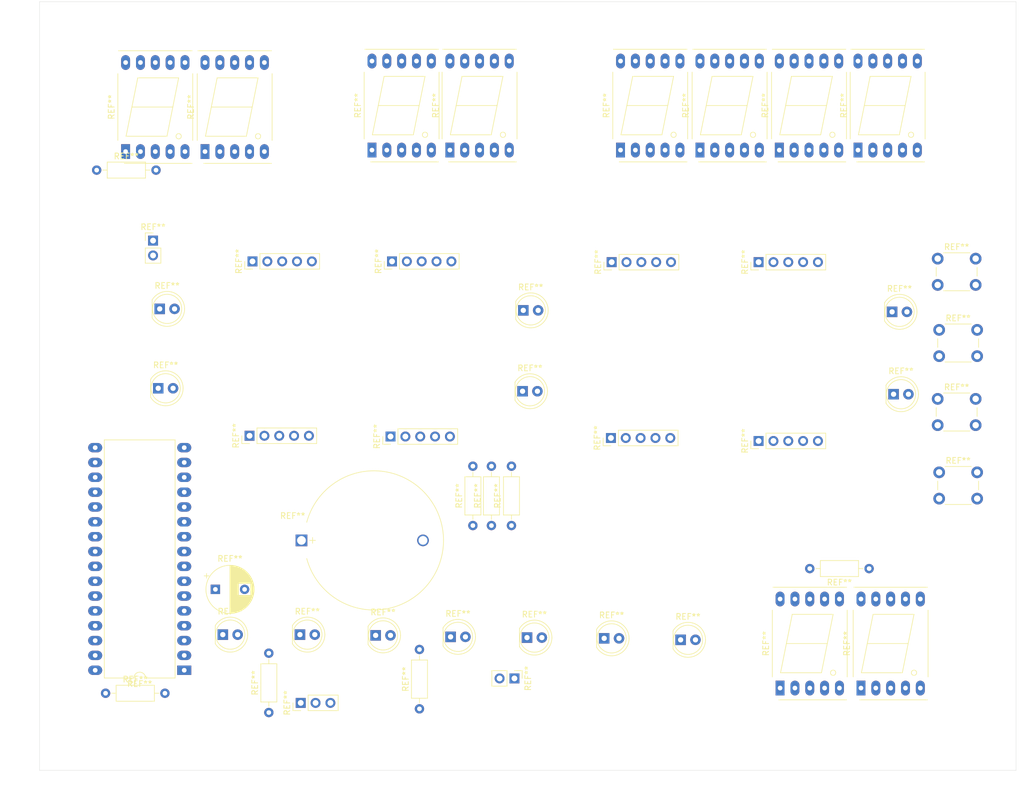
<source format=kicad_pcb>
(kicad_pcb (version 20240108) (generator "pcbnew") (generator_version "8.0")
  (layers (0 "F.Cu" signal) (31 "B.Cu" signal) (34 "B.Paste" user) (35 "F.Paste" user) (36 "B.SilkS" user "B.Silkscreen") (37 "F.SilkS" user "F.Silkscreen") (38 "B.Mask" user) (39 "F.Mask" user) (44 "Edge.Cuts" user))
  (net 0 "")
  (footprint "Display_7Segment:7SegmentLED_LTS6760_LTS6780" (layer "F.Cu") (at 174.498 49.784 90)
    (property "Reference" "REF**" (at 7.62 -2.42 90) (layer "F.SilkS"))
    (property "Value" "7SegmentLED_LTS6760_LTS6780")
    (pad "1" thru_hole rect (at 0 0) (size 1.524 2.524) (drill 0.8) (layers "*.Cu" "*.Mask"))
    (pad "2" thru_hole oval (at 0 2.54) (size 1.524 2.524) (drill 0.8) (layers "*.Cu" "*.Mask"))
    (pad "3" thru_hole oval (at 0 5.08) (size 1.524 2.524) (drill 0.8) (layers "*.Cu" "*.Mask"))
    (pad "4" thru_hole oval (at 0 7.62) (size 1.524 2.524) (drill 0.8) (layers "*.Cu" "*.Mask"))
    (pad "5" thru_hole oval (at 0 10.16) (size 1.524 2.524) (drill 0.8) (layers "*.Cu" "*.Mask"))
    (pad "6" thru_hole oval (at 15.24 10.16) (size 1.524 2.524) (drill 0.8) (layers "*.Cu" "*.Mask"))
    (pad "7" thru_hole oval (at 15.24 7.62) (size 1.524 2.524) (drill 0.8) (layers "*.Cu" "*.Mask"))
    (pad "8" thru_hole oval (at 15.24 5.08) (size 1.524 2.524) (drill 0.8) (layers "*.Cu" "*.Mask"))
    (pad "9" thru_hole oval (at 15.24 2.54) (size 1.524 2.524) (drill 0.8) (layers "*.Cu" "*.Mask"))
    (pad "10" thru_hole oval (at 15.24 0) (size 1.524 2.524) (drill 0.8) (layers "*.Cu" "*.Mask"))
  )
  (footprint "LED_THT:LED_D5.0mm" (layer "F.Cu") (at 144.14 91.059)
    (property "Reference" "REF**" (at 1.27 -3.96 0) (layer "F.SilkS"))
    (property "Value" "LED_D5.0mm")
    (pad "1" thru_hole rect (at 0 0) (size 1.8 1.8) (drill 0.9) (layers "*.Cu" "*.Mask"))
    (pad "2" thru_hole circle (at 2.54 0) (size 1.8 1.8) (drill 0.9) (layers "*.Cu" "*.Mask"))
  )
  (footprint "LED_THT:LED_D5.0mm" (layer "F.Cu") (at 144.267 77.216)
    (property "Reference" "REF**" (at 1.27 -3.96 0) (layer "F.SilkS"))
    (property "Value" "LED_D5.0mm")
    (pad "1" thru_hole rect (at 0 0) (size 1.8 1.8) (drill 0.9) (layers "*.Cu" "*.Mask"))
    (pad "2" thru_hole circle (at 2.54 0) (size 1.8 1.8) (drill 0.9) (layers "*.Cu" "*.Mask"))
  )
  (footprint "Connector_PinHeader_2.54mm:PinHeader_1x05_P2.54mm_Vertical" (layer "F.Cu") (at 121.544 98.806 90)
    (property "Reference" "REF**" (at 0 -2.33 90) (layer "F.SilkS"))
    (property "Value" "PinHeader_1x05_P2.54mm_Vertical")
    (pad "1" thru_hole rect (at 0 0 90) (size 1.7 1.7) (drill 1) (layers "*.Cu" "*.Mask"))
    (pad "2" thru_hole oval (at 0 2.54 90) (size 1.7 1.7) (drill 1) (layers "*.Cu" "*.Mask"))
    (pad "3" thru_hole oval (at 0 5.08 90) (size 1.7 1.7) (drill 1) (layers "*.Cu" "*.Mask"))
    (pad "4" thru_hole oval (at 0 7.62 90) (size 1.7 1.7) (drill 1) (layers "*.Cu" "*.Mask"))
    (pad "5" thru_hole oval (at 0 10.16 90) (size 1.7 1.7) (drill 1) (layers "*.Cu" "*.Mask"))
  )
  (footprint "Connector_PinHeader_2.54mm:PinHeader_1x05_P2.54mm_Vertical" (layer "F.Cu") (at 121.798 68.834 90)
    (property "Reference" "REF**" (at 0 -2.33 90) (layer "F.SilkS"))
    (property "Value" "PinHeader_1x05_P2.54mm_Vertical")
    (pad "1" thru_hole rect (at 0 0 90) (size 1.7 1.7) (drill 1) (layers "*.Cu" "*.Mask"))
    (pad "2" thru_hole oval (at 0 2.54 90) (size 1.7 1.7) (drill 1) (layers "*.Cu" "*.Mask"))
    (pad "3" thru_hole oval (at 0 5.08 90) (size 1.7 1.7) (drill 1) (layers "*.Cu" "*.Mask"))
    (pad "4" thru_hole oval (at 0 7.62 90) (size 1.7 1.7) (drill 1) (layers "*.Cu" "*.Mask"))
    (pad "5" thru_hole oval (at 0 10.16 90) (size 1.7 1.7) (drill 1) (layers "*.Cu" "*.Mask"))
  )
  (footprint "Connector_PinHeader_2.54mm:PinHeader_1x02_P2.54mm_Vertical" (layer "F.Cu") (at 142.748 140.208 -90)
    (property "Reference" "REF**" (at 0 -2.33 90) (layer "F.SilkS"))
    (property "Value" "PinHeader_1x02_P2.54mm_Vertical")
    (pad "1" thru_hole rect (at 0 0 270) (size 1.7 1.7) (drill 1) (layers "*.Cu" "*.Mask"))
    (pad "2" thru_hole oval (at 0 2.54 270) (size 1.7 1.7) (drill 1) (layers "*.Cu" "*.Mask"))
  )
  (footprint "Button_Switch_THT:SW_PUSH_6mm_H4.3mm" (layer "F.Cu") (at 215.19 92.365)
    (property "Reference" "REF**" (at 3.25 -2 0) (layer "F.SilkS"))
    (property "Value" "SW_PUSH_6mm_H4.3mm")
    (pad "1" thru_hole circle (at 0 0 90) (size 2 2) (drill 1.1) (layers "*.Cu" "*.Mask"))
    (pad "1" thru_hole circle (at 6.5 0 90) (size 2 2) (drill 1.1) (layers "*.Cu" "*.Mask"))
    (pad "2" thru_hole circle (at 0 4.5 90) (size 2 2) (drill 1.1) (layers "*.Cu" "*.Mask"))
    (pad "2" thru_hole circle (at 6.5 4.5 90) (size 2 2) (drill 1.1) (layers "*.Cu" "*.Mask"))
  )
  (footprint "Connector_PinHeader_2.54mm:PinHeader_1x05_P2.54mm_Vertical" (layer "F.Cu") (at 97.414 98.679 90)
    (property "Reference" "REF**" (at 0 -2.33 90) (layer "F.SilkS"))
    (property "Value" "PinHeader_1x05_P2.54mm_Vertical")
    (pad "1" thru_hole rect (at 0 0 90) (size 1.7 1.7) (drill 1) (layers "*.Cu" "*.Mask"))
    (pad "2" thru_hole oval (at 0 2.54 90) (size 1.7 1.7) (drill 1) (layers "*.Cu" "*.Mask"))
    (pad "3" thru_hole oval (at 0 5.08 90) (size 1.7 1.7) (drill 1) (layers "*.Cu" "*.Mask"))
    (pad "4" thru_hole oval (at 0 7.62 90) (size 1.7 1.7) (drill 1) (layers "*.Cu" "*.Mask"))
    (pad "5" thru_hole oval (at 0 10.16 90) (size 1.7 1.7) (drill 1) (layers "*.Cu" "*.Mask"))
  )
  (footprint "Display_7Segment:7SegmentLED_LTS6760_LTS6780" (layer "F.Cu") (at 202.057 141.859 90)
    (property "Reference" "REF**" (at 7.62 -2.42 90) (layer "F.SilkS"))
    (property "Value" "7SegmentLED_LTS6760_LTS6780")
    (pad "1" thru_hole rect (at 0 0) (size 1.524 2.524) (drill 0.8) (layers "*.Cu" "*.Mask"))
    (pad "2" thru_hole oval (at 0 2.54) (size 1.524 2.524) (drill 0.8) (layers "*.Cu" "*.Mask"))
    (pad "3" thru_hole oval (at 0 5.08) (size 1.524 2.524) (drill 0.8) (layers "*.Cu" "*.Mask"))
    (pad "4" thru_hole oval (at 0 7.62) (size 1.524 2.524) (drill 0.8) (layers "*.Cu" "*.Mask"))
    (pad "5" thru_hole oval (at 0 10.16) (size 1.524 2.524) (drill 0.8) (layers "*.Cu" "*.Mask"))
    (pad "6" thru_hole oval (at 15.24 10.16) (size 1.524 2.524) (drill 0.8) (layers "*.Cu" "*.Mask"))
    (pad "7" thru_hole oval (at 15.24 7.62) (size 1.524 2.524) (drill 0.8) (layers "*.Cu" "*.Mask"))
    (pad "8" thru_hole oval (at 15.24 5.08) (size 1.524 2.524) (drill 0.8) (layers "*.Cu" "*.Mask"))
    (pad "9" thru_hole oval (at 15.24 2.54) (size 1.524 2.524) (drill 0.8) (layers "*.Cu" "*.Mask"))
    (pad "10" thru_hole oval (at 15.24 0) (size 1.524 2.524) (drill 0.8) (layers "*.Cu" "*.Mask"))
  )
  (footprint "Connector_PinHeader_2.54mm:PinHeader_1x05_P2.54mm_Vertical" (layer "F.Cu") (at 97.917 68.834 90)
    (property "Reference" "REF**" (at 0 -2.33 90) (layer "F.SilkS"))
    (property "Value" "PinHeader_1x05_P2.54mm_Vertical")
    (pad "1" thru_hole rect (at 0 0 90) (size 1.7 1.7) (drill 1) (layers "*.Cu" "*.Mask"))
    (pad "2" thru_hole oval (at 0 2.54 90) (size 1.7 1.7) (drill 1) (layers "*.Cu" "*.Mask"))
    (pad "3" thru_hole oval (at 0 5.08 90) (size 1.7 1.7) (drill 1) (layers "*.Cu" "*.Mask"))
    (pad "4" thru_hole oval (at 0 7.62 90) (size 1.7 1.7) (drill 1) (layers "*.Cu" "*.Mask"))
    (pad "5" thru_hole oval (at 0 10.16 90) (size 1.7 1.7) (drill 1) (layers "*.Cu" "*.Mask"))
  )
  (footprint "Display_7Segment:7SegmentLED_LTS6760_LTS6780" (layer "F.Cu") (at 188.087 49.784 90)
    (property "Reference" "REF**" (at 7.62 -2.42 90) (layer "F.SilkS"))
    (property "Value" "7SegmentLED_LTS6760_LTS6780")
    (pad "1" thru_hole rect (at 0 0) (size 1.524 2.524) (drill 0.8) (layers "*.Cu" "*.Mask"))
    (pad "2" thru_hole oval (at 0 2.54) (size 1.524 2.524) (drill 0.8) (layers "*.Cu" "*.Mask"))
    (pad "3" thru_hole oval (at 0 5.08) (size 1.524 2.524) (drill 0.8) (layers "*.Cu" "*.Mask"))
    (pad "4" thru_hole oval (at 0 7.62) (size 1.524 2.524) (drill 0.8) (layers "*.Cu" "*.Mask"))
    (pad "5" thru_hole oval (at 0 10.16) (size 1.524 2.524) (drill 0.8) (layers "*.Cu" "*.Mask"))
    (pad "6" thru_hole oval (at 15.24 10.16) (size 1.524 2.524) (drill 0.8) (layers "*.Cu" "*.Mask"))
    (pad "7" thru_hole oval (at 15.24 7.62) (size 1.524 2.524) (drill 0.8) (layers "*.Cu" "*.Mask"))
    (pad "8" thru_hole oval (at 15.24 5.08) (size 1.524 2.524) (drill 0.8) (layers "*.Cu" "*.Mask"))
    (pad "9" thru_hole oval (at 15.24 2.54) (size 1.524 2.524) (drill 0.8) (layers "*.Cu" "*.Mask"))
    (pad "10" thru_hole oval (at 15.24 0) (size 1.524 2.524) (drill 0.8) (layers "*.Cu" "*.Mask"))
  )
  (footprint "Resistor_THT:R_Axial_DIN0207_L6.3mm_D2.5mm_P10.16mm_Horizontal" (layer "F.Cu") (at 72.771 142.748)
    (property "Reference" "REF**" (at 5.08 -2.37 0) (layer "F.SilkS"))
    (property "Value" "R_Axial_DIN0207_L6.3mm_D2.5mm_P10.16mm_Horizontal")
    (pad "1" thru_hole circle (at 0 0) (size 1.6 1.6) (drill 0.8) (layers "*.Cu" "*.Mask"))
    (pad "2" thru_hole oval (at 10.16 0) (size 1.6 1.6) (drill 0.8) (layers "*.Cu" "*.Mask"))
  )
  (footprint "Button_Switch_THT:SW_PUSH_6mm_H4.3mm" (layer "F.Cu") (at 215.444 80.554)
    (property "Reference" "REF**" (at 3.25 -2 0) (layer "F.SilkS"))
    (property "Value" "SW_PUSH_6mm_H4.3mm")
    (pad "1" thru_hole circle (at 0 0 90) (size 2 2) (drill 1.1) (layers "*.Cu" "*.Mask"))
    (pad "1" thru_hole circle (at 6.5 0 90) (size 2 2) (drill 1.1) (layers "*.Cu" "*.Mask"))
    (pad "2" thru_hole circle (at 0 4.5 90) (size 2 2) (drill 1.1) (layers "*.Cu" "*.Mask"))
    (pad "2" thru_hole circle (at 6.5 4.5 90) (size 2 2) (drill 1.1) (layers "*.Cu" "*.Mask"))
  )
  (footprint "Connector_PinHeader_2.54mm:PinHeader_1x03_P2.54mm_Vertical" (layer "F.Cu") (at 106.172 144.399 90)
    (property "Reference" "REF**" (at 0 -2.33 90) (layer "F.SilkS"))
    (property "Value" "PinHeader_1x03_P2.54mm_Vertical")
    (pad "1" thru_hole rect (at 0 0 90) (size 1.7 1.7) (drill 1) (layers "*.Cu" "*.Mask"))
    (pad "2" thru_hole oval (at 0 2.54 90) (size 1.7 1.7) (drill 1) (layers "*.Cu" "*.Mask"))
    (pad "3" thru_hole oval (at 0 5.08 90) (size 1.7 1.7) (drill 1) (layers "*.Cu" "*.Mask"))
  )
  (footprint "Display_7Segment:7SegmentLED_LTS6760_LTS6780" (layer "F.Cu") (at 118.364 49.784 90)
    (property "Reference" "REF**" (at 7.62 -2.42 90) (layer "F.SilkS"))
    (property "Value" "7SegmentLED_LTS6760_LTS6780")
    (pad "1" thru_hole rect (at 0 0) (size 1.524 2.524) (drill 0.8) (layers "*.Cu" "*.Mask"))
    (pad "2" thru_hole oval (at 0 2.54) (size 1.524 2.524) (drill 0.8) (layers "*.Cu" "*.Mask"))
    (pad "3" thru_hole oval (at 0 5.08) (size 1.524 2.524) (drill 0.8) (layers "*.Cu" "*.Mask"))
    (pad "4" thru_hole oval (at 0 7.62) (size 1.524 2.524) (drill 0.8) (layers "*.Cu" "*.Mask"))
    (pad "5" thru_hole oval (at 0 10.16) (size 1.524 2.524) (drill 0.8) (layers "*.Cu" "*.Mask"))
    (pad "6" thru_hole oval (at 15.24 10.16) (size 1.524 2.524) (drill 0.8) (layers "*.Cu" "*.Mask"))
    (pad "7" thru_hole oval (at 15.24 7.62) (size 1.524 2.524) (drill 0.8) (layers "*.Cu" "*.Mask"))
    (pad "8" thru_hole oval (at 15.24 5.08) (size 1.524 2.524) (drill 0.8) (layers "*.Cu" "*.Mask"))
    (pad "9" thru_hole oval (at 15.24 2.54) (size 1.524 2.524) (drill 0.8) (layers "*.Cu" "*.Mask"))
    (pad "10" thru_hole oval (at 15.24 0) (size 1.524 2.524) (drill 0.8) (layers "*.Cu" "*.Mask"))
  )
  (footprint "LED_THT:LED_D5.0mm" (layer "F.Cu") (at 171.191 133.604)
    (property "Reference" "REF**" (at 1.27 -3.96 0) (layer "F.SilkS"))
    (property "Value" "LED_D5.0mm")
    (pad "1" thru_hole rect (at 0 0) (size 1.8 1.8) (drill 0.9) (layers "*.Cu" "*.Mask"))
    (pad "2" thru_hole circle (at 2.54 0) (size 1.8 1.8) (drill 0.9) (layers "*.Cu" "*.Mask"))
  )
  (footprint "Display_7Segment:7SegmentLED_LTS6760_LTS6780" (layer "F.Cu") (at 76.2 50.038 90)
    (property "Reference" "REF**" (at 7.62 -2.42 90) (layer "F.SilkS"))
    (property "Value" "7SegmentLED_LTS6760_LTS6780")
    (pad "1" thru_hole rect (at 0 0) (size 1.524 2.524) (drill 0.8) (layers "*.Cu" "*.Mask"))
    (pad "2" thru_hole oval (at 0 2.54) (size 1.524 2.524) (drill 0.8) (layers "*.Cu" "*.Mask"))
    (pad "3" thru_hole oval (at 0 5.08) (size 1.524 2.524) (drill 0.8) (layers "*.Cu" "*.Mask"))
    (pad "4" thru_hole oval (at 0 7.62) (size 1.524 2.524) (drill 0.8) (layers "*.Cu" "*.Mask"))
    (pad "5" thru_hole oval (at 0 10.16) (size 1.524 2.524) (drill 0.8) (layers "*.Cu" "*.Mask"))
    (pad "6" thru_hole oval (at 15.24 10.16) (size 1.524 2.524) (drill 0.8) (layers "*.Cu" "*.Mask"))
    (pad "7" thru_hole oval (at 15.24 7.62) (size 1.524 2.524) (drill 0.8) (layers "*.Cu" "*.Mask"))
    (pad "8" thru_hole oval (at 15.24 5.08) (size 1.524 2.524) (drill 0.8) (layers "*.Cu" "*.Mask"))
    (pad "9" thru_hole oval (at 15.24 2.54) (size 1.524 2.524) (drill 0.8) (layers "*.Cu" "*.Mask"))
    (pad "10" thru_hole oval (at 15.24 0) (size 1.524 2.524) (drill 0.8) (layers "*.Cu" "*.Mask"))
  )
  (footprint "Connector_PinHeader_2.54mm:PinHeader_1x02_P2.54mm_Vertical" (layer "F.Cu") (at 80.899 65.278)
    (property "Reference" "REF**" (at 0 -2.33 0) (layer "F.SilkS"))
    (property "Value" "PinHeader_1x02_P2.54mm_Vertical")
    (pad "1" thru_hole rect (at 0 0) (size 1.7 1.7) (drill 1) (layers "*.Cu" "*.Mask"))
    (pad "2" thru_hole oval (at 0 2.54) (size 1.7 1.7) (drill 1) (layers "*.Cu" "*.Mask"))
  )
  (footprint "Button_Switch_THT:SW_PUSH_6mm_H4.3mm" (layer "F.Cu") (at 215.444 104.938)
    (property "Reference" "REF**" (at 3.25 -2 0) (layer "F.SilkS"))
    (property "Value" "SW_PUSH_6mm_H4.3mm")
    (pad "1" thru_hole circle (at 0 0 90) (size 2 2) (drill 1.1) (layers "*.Cu" "*.Mask"))
    (pad "1" thru_hole circle (at 6.5 0 90) (size 2 2) (drill 1.1) (layers "*.Cu" "*.Mask"))
    (pad "2" thru_hole circle (at 0 4.5 90) (size 2 2) (drill 1.1) (layers "*.Cu" "*.Mask"))
    (pad "2" thru_hole circle (at 6.5 4.5 90) (size 2 2) (drill 1.1) (layers "*.Cu" "*.Mask"))
  )
  (footprint "LED_THT:LED_D5.0mm" (layer "F.Cu") (at 158.11 133.35)
    (property "Reference" "REF**" (at 1.27 -3.96 0) (layer "F.SilkS"))
    (property "Value" "LED_D5.0mm")
    (pad "1" thru_hole rect (at 0 0) (size 1.8 1.8) (drill 0.9) (layers "*.Cu" "*.Mask"))
    (pad "2" thru_hole circle (at 2.54 0) (size 1.8 1.8) (drill 0.9) (layers "*.Cu" "*.Mask"))
  )
  (footprint "Display_7Segment:7SegmentLED_LTS6760_LTS6780" (layer "F.Cu") (at 89.789 50.038 90)
    (property "Reference" "REF**" (at 7.62 -2.42 90) (layer "F.SilkS"))
    (property "Value" "7SegmentLED_LTS6760_LTS6780")
    (pad "1" thru_hole rect (at 0 0) (size 1.524 2.524) (drill 0.8) (layers "*.Cu" "*.Mask"))
    (pad "2" thru_hole oval (at 0 2.54) (size 1.524 2.524) (drill 0.8) (layers "*.Cu" "*.Mask"))
    (pad "3" thru_hole oval (at 0 5.08) (size 1.524 2.524) (drill 0.8) (layers "*.Cu" "*.Mask"))
    (pad "4" thru_hole oval (at 0 7.62) (size 1.524 2.524) (drill 0.8) (layers "*.Cu" "*.Mask"))
    (pad "5" thru_hole oval (at 0 10.16) (size 1.524 2.524) (drill 0.8) (layers "*.Cu" "*.Mask"))
    (pad "6" thru_hole oval (at 15.24 10.16) (size 1.524 2.524) (drill 0.8) (layers "*.Cu" "*.Mask"))
    (pad "7" thru_hole oval (at 15.24 7.62) (size 1.524 2.524) (drill 0.8) (layers "*.Cu" "*.Mask"))
    (pad "8" thru_hole oval (at 15.24 5.08) (size 1.524 2.524) (drill 0.8) (layers "*.Cu" "*.Mask"))
    (pad "9" thru_hole oval (at 15.24 2.54) (size 1.524 2.524) (drill 0.8) (layers "*.Cu" "*.Mask"))
    (pad "10" thru_hole oval (at 15.24 0) (size 1.524 2.524) (drill 0.8) (layers "*.Cu" "*.Mask"))
  )
  (footprint "Resistor_THT:R_Axial_DIN0207_L6.3mm_D2.5mm_P10.16mm_Horizontal" (layer "F.Cu") (at 126.492 145.415 90)
    (property "Reference" "REF**" (at 5.08 -2.37 90) (layer "F.SilkS"))
    (property "Value" "R_Axial_DIN0207_L6.3mm_D2.5mm_P10.16mm_Horizontal")
    (pad "1" thru_hole circle (at 0 0 90) (size 1.6 1.6) (drill 0.8) (layers "*.Cu" "*.Mask"))
    (pad "2" thru_hole oval (at 10.16 0 90) (size 1.6 1.6) (drill 0.8) (layers "*.Cu" "*.Mask"))
  )
  (footprint "LED_THT:LED_D5.0mm" (layer "F.Cu") (at 82.037 76.962)
    (property "Reference" "REF**" (at 1.27 -3.96 0) (layer "F.SilkS"))
    (property "Value" "LED_D5.0mm")
    (pad "1" thru_hole rect (at 0 0) (size 1.8 1.8) (drill 0.9) (layers "*.Cu" "*.Mask"))
    (pad "2" thru_hole circle (at 2.54 0) (size 1.8 1.8) (drill 0.9) (layers "*.Cu" "*.Mask"))
  )
  (footprint "Resistor_THT:R_Axial_DIN0207_L6.3mm_D2.5mm_P10.16mm_Horizontal" (layer "F.Cu") (at 135.636 114.046 90)
    (property "Reference" "REF**" (at 5.08 -2.37 90) (layer "F.SilkS"))
    (property "Value" "R_Axial_DIN0207_L6.3mm_D2.5mm_P10.16mm_Horizontal")
    (pad "1" thru_hole circle (at 0 0 90) (size 1.6 1.6) (drill 0.8) (layers "*.Cu" "*.Mask"))
    (pad "2" thru_hole oval (at 10.16 0 90) (size 1.6 1.6) (drill 0.8) (layers "*.Cu" "*.Mask"))
  )
  (footprint "Resistor_THT:R_Axial_DIN0207_L6.3mm_D2.5mm_P10.16mm_Horizontal" (layer "F.Cu") (at 71.247 53.213)
    (property "Reference" "REF**" (at 5.08 -2.37 0) (layer "F.SilkS"))
    (property "Value" "R_Axial_DIN0207_L6.3mm_D2.5mm_P10.16mm_Horizontal")
    (pad "1" thru_hole circle (at 0 0) (size 1.6 1.6) (drill 0.8) (layers "*.Cu" "*.Mask"))
    (pad "2" thru_hole oval (at 10.16 0) (size 1.6 1.6) (drill 0.8) (layers "*.Cu" "*.Mask"))
  )
  (footprint "Resistor_THT:R_Axial_DIN0207_L6.3mm_D2.5mm_P10.16mm_Horizontal" (layer "F.Cu") (at 203.454 121.412 180)
    (property "Reference" "REF**" (at 5.08 -2.37 0) (layer "F.SilkS"))
    (property "Value" "R_Axial_DIN0207_L6.3mm_D2.5mm_P10.16mm_Horizontal")
    (pad "1" thru_hole circle (at 0 0 180) (size 1.6 1.6) (drill 0.8) (layers "*.Cu" "*.Mask"))
    (pad "2" thru_hole oval (at 10.16 0 180) (size 1.6 1.6) (drill 0.8) (layers "*.Cu" "*.Mask"))
  )
  (footprint "Package_DIP:DIP-32_W15.24mm_LongPads" (layer "F.Cu") (at 86.233 138.811 180)
    (property "Reference" "REF**" (at 7.62 -2.33 0) (layer "F.SilkS"))
    (property "Value" "DIP-32_W15.24mm_LongPads")
    (pad "1" thru_hole rect (at 0 0 180) (size 2.4 1.6) (drill 0.8) (layers "*.Cu" "*.Mask"))
    (pad "2" thru_hole oval (at 0 2.54 180) (size 2.4 1.6) (drill 0.8) (layers "*.Cu" "*.Mask"))
    (pad "3" thru_hole oval (at 0 5.08 180) (size 2.4 1.6) (drill 0.8) (layers "*.Cu" "*.Mask"))
    (pad "4" thru_hole oval (at 0 7.62 180) (size 2.4 1.6) (drill 0.8) (layers "*.Cu" "*.Mask"))
    (pad "5" thru_hole oval (at 0 10.16 180) (size 2.4 1.6) (drill 0.8) (layers "*.Cu" "*.Mask"))
    (pad "6" thru_hole oval (at 0 12.7 180) (size 2.4 1.6) (drill 0.8) (layers "*.Cu" "*.Mask"))
    (pad "7" thru_hole oval (at 0 15.24 180) (size 2.4 1.6) (drill 0.8) (layers "*.Cu" "*.Mask"))
    (pad "8" thru_hole oval (at 0 17.78 180) (size 2.4 1.6) (drill 0.8) (layers "*.Cu" "*.Mask"))
    (pad "9" thru_hole oval (at 0 20.32 180) (size 2.4 1.6) (drill 0.8) (layers "*.Cu" "*.Mask"))
    (pad "10" thru_hole oval (at 0 22.86 180) (size 2.4 1.6) (drill 0.8) (layers "*.Cu" "*.Mask"))
    (pad "11" thru_hole oval (at 0 25.4 180) (size 2.4 1.6) (drill 0.8) (layers "*.Cu" "*.Mask"))
    (pad "12" thru_hole oval (at 0 27.94 180) (size 2.4 1.6) (drill 0.8) (layers "*.Cu" "*.Mask"))
    (pad "13" thru_hole oval (at 0 30.48 180) (size 2.4 1.6) (drill 0.8) (layers "*.Cu" "*.Mask"))
    (pad "14" thru_hole oval (at 0 33.02 180) (size 2.4 1.6) (drill 0.8) (layers "*.Cu" "*.Mask"))
    (pad "15" thru_hole oval (at 0 35.56 180) (size 2.4 1.6) (drill 0.8) (layers "*.Cu" "*.Mask"))
    (pad "16" thru_hole oval (at 0 38.1 180) (size 2.4 1.6) (drill 0.8) (layers "*.Cu" "*.Mask"))
    (pad "17" thru_hole oval (at 15.24 38.1 180) (size 2.4 1.6) (drill 0.8) (layers "*.Cu" "*.Mask"))
    (pad "18" thru_hole oval (at 15.24 35.56 180) (size 2.4 1.6) (drill 0.8) (layers "*.Cu" "*.Mask"))
    (pad "19" thru_hole oval (at 15.24 33.02 180) (size 2.4 1.6) (drill 0.8) (layers "*.Cu" "*.Mask"))
    (pad "20" thru_hole oval (at 15.24 30.48 180) (size 2.4 1.6) (drill 0.8) (layers "*.Cu" "*.Mask"))
    (pad "21" thru_hole oval (at 15.24 27.94 180) (size 2.4 1.6) (drill 0.8) (layers "*.Cu" "*.Mask"))
    (pad "22" thru_hole oval (at 15.24 25.4 180) (size 2.4 1.6) (drill 0.8) (layers "*.Cu" "*.Mask"))
    (pad "23" thru_hole oval (at 15.24 22.86 180) (size 2.4 1.6) (drill 0.8) (layers "*.Cu" "*.Mask"))
    (pad "24" thru_hole oval (at 15.24 20.32 180) (size 2.4 1.6) (drill 0.8) (layers "*.Cu" "*.Mask"))
    (pad "25" thru_hole oval (at 15.24 17.78 180) (size 2.4 1.6) (drill 0.8) (layers "*.Cu" "*.Mask"))
    (pad "26" thru_hole oval (at 15.24 15.24 180) (size 2.4 1.6) (drill 0.8) (layers "*.Cu" "*.Mask"))
    (pad "27" thru_hole oval (at 15.24 12.7 180) (size 2.4 1.6) (drill 0.8) (layers "*.Cu" "*.Mask"))
    (pad "28" thru_hole oval (at 15.24 10.16 180) (size 2.4 1.6) (drill 0.8) (layers "*.Cu" "*.Mask"))
    (pad "29" thru_hole oval (at 15.24 7.62 180) (size 2.4 1.6) (drill 0.8) (layers "*.Cu" "*.Mask"))
    (pad "30" thru_hole oval (at 15.24 5.08 180) (size 2.4 1.6) (drill 0.8) (layers "*.Cu" "*.Mask"))
    (pad "31" thru_hole oval (at 15.24 2.54 180) (size 2.4 1.6) (drill 0.8) (layers "*.Cu" "*.Mask"))
    (pad "32" thru_hole oval (at 15.24 0 180) (size 2.4 1.6) (drill 0.8) (layers "*.Cu" "*.Mask"))
  )
  (footprint "Display_7Segment:7SegmentLED_LTS6760_LTS6780" (layer "F.Cu") (at 131.699 49.784 90)
    (property "Reference" "REF**" (at 7.62 -2.42 90) (layer "F.SilkS"))
    (property "Value" "7SegmentLED_LTS6760_LTS6780")
    (pad "1" thru_hole rect (at 0 0) (size 1.524 2.524) (drill 0.8) (layers "*.Cu" "*.Mask"))
    (pad "2" thru_hole oval (at 0 2.54) (size 1.524 2.524) (drill 0.8) (layers "*.Cu" "*.Mask"))
    (pad "3" thru_hole oval (at 0 5.08) (size 1.524 2.524) (drill 0.8) (layers "*.Cu" "*.Mask"))
    (pad "4" thru_hole oval (at 0 7.62) (size 1.524 2.524) (drill 0.8) (layers "*.Cu" "*.Mask"))
    (pad "5" thru_hole oval (at 0 10.16) (size 1.524 2.524) (drill 0.8) (layers "*.Cu" "*.Mask"))
    (pad "6" thru_hole oval (at 15.24 10.16) (size 1.524 2.524) (drill 0.8) (layers "*.Cu" "*.Mask"))
    (pad "7" thru_hole oval (at 15.24 7.62) (size 1.524 2.524) (drill 0.8) (layers "*.Cu" "*.Mask"))
    (pad "8" thru_hole oval (at 15.24 5.08) (size 1.524 2.524) (drill 0.8) (layers "*.Cu" "*.Mask"))
    (pad "9" thru_hole oval (at 15.24 2.54) (size 1.524 2.524) (drill 0.8) (layers "*.Cu" "*.Mask"))
    (pad "10" thru_hole oval (at 15.24 0) (size 1.524 2.524) (drill 0.8) (layers "*.Cu" "*.Mask"))
  )
  (footprint "LED_THT:LED_D5.0mm" (layer "F.Cu") (at 144.902 133.223)
    (property "Reference" "REF**" (at 1.27 -3.96 0) (layer "F.SilkS"))
    (property "Value" "LED_D5.0mm")
    (pad "1" thru_hole rect (at 0 0) (size 1.8 1.8) (drill 0.9) (layers "*.Cu" "*.Mask"))
    (pad "2" thru_hole circle (at 2.54 0) (size 1.8 1.8) (drill 0.9) (layers "*.Cu" "*.Mask"))
  )
  (footprint "LED_THT:LED_D5.0mm" (layer "F.Cu") (at 81.783 90.551)
    (property "Reference" "REF**" (at 1.27 -3.96 0) (layer "F.SilkS"))
    (property "Value" "LED_D5.0mm")
    (pad "1" thru_hole rect (at 0 0) (size 1.8 1.8) (drill 0.9) (layers "*.Cu" "*.Mask"))
    (pad "2" thru_hole circle (at 2.54 0) (size 1.8 1.8) (drill 0.9) (layers "*.Cu" "*.Mask"))
  )
  (footprint "Resistor_THT:R_Axial_DIN0207_L6.3mm_D2.5mm_P10.16mm_Horizontal" (layer "F.Cu") (at 142.24 114.046 90)
    (property "Reference" "REF**" (at 5.08 -2.37 90) (layer "F.SilkS"))
    (property "Value" "R_Axial_DIN0207_L6.3mm_D2.5mm_P10.16mm_Horizontal")
    (pad "1" thru_hole circle (at 0 0 90) (size 1.6 1.6) (drill 0.8) (layers "*.Cu" "*.Mask"))
    (pad "2" thru_hole oval (at 10.16 0 90) (size 1.6 1.6) (drill 0.8) (layers "*.Cu" "*.Mask"))
  )
  (footprint "LED_THT:LED_D5.0mm" (layer "F.Cu") (at 207.64 91.567)
    (property "Reference" "REF**" (at 1.27 -3.96 0) (layer "F.SilkS"))
    (property "Value" "LED_D5.0mm")
    (pad "1" thru_hole rect (at 0 0) (size 1.8 1.8) (drill 0.9) (layers "*.Cu" "*.Mask"))
    (pad "2" thru_hole circle (at 2.54 0) (size 1.8 1.8) (drill 0.9) (layers "*.Cu" "*.Mask"))
  )
  (footprint "Display_7Segment:7SegmentLED_LTS6760_LTS6780" (layer "F.Cu") (at 160.909 49.784 90)
    (property "Reference" "REF**" (at 7.62 -2.42 90) (layer "F.SilkS"))
    (property "Value" "7SegmentLED_LTS6760_LTS6780")
    (pad "1" thru_hole rect (at 0 0) (size 1.524 2.524) (drill 0.8) (layers "*.Cu" "*.Mask"))
    (pad "2" thru_hole oval (at 0 2.54) (size 1.524 2.524) (drill 0.8) (layers "*.Cu" "*.Mask"))
    (pad "3" thru_hole oval (at 0 5.08) (size 1.524 2.524) (drill 0.8) (layers "*.Cu" "*.Mask"))
    (pad "4" thru_hole oval (at 0 7.62) (size 1.524 2.524) (drill 0.8) (layers "*.Cu" "*.Mask"))
    (pad "5" thru_hole oval (at 0 10.16) (size 1.524 2.524) (drill 0.8) (layers "*.Cu" "*.Mask"))
    (pad "6" thru_hole oval (at 15.24 10.16) (size 1.524 2.524) (drill 0.8) (layers "*.Cu" "*.Mask"))
    (pad "7" thru_hole oval (at 15.24 7.62) (size 1.524 2.524) (drill 0.8) (layers "*.Cu" "*.Mask"))
    (pad "8" thru_hole oval (at 15.24 5.08) (size 1.524 2.524) (drill 0.8) (layers "*.Cu" "*.Mask"))
    (pad "9" thru_hole oval (at 15.24 2.54) (size 1.524 2.524) (drill 0.8) (layers "*.Cu" "*.Mask"))
    (pad "10" thru_hole oval (at 15.24 0) (size 1.524 2.524) (drill 0.8) (layers "*.Cu" "*.Mask"))
  )
  (footprint "Resistor_THT:R_Axial_DIN0207_L6.3mm_D2.5mm_P10.16mm_Horizontal" (layer "F.Cu") (at 138.811 114.046 90)
    (property "Reference" "REF**" (at 5.08 -2.37 90) (layer "F.SilkS"))
    (property "Value" "R_Axial_DIN0207_L6.3mm_D2.5mm_P10.16mm_Horizontal")
    (pad "1" thru_hole circle (at 0 0 90) (size 1.6 1.6) (drill 0.8) (layers "*.Cu" "*.Mask"))
    (pad "2" thru_hole oval (at 10.16 0 90) (size 1.6 1.6) (drill 0.8) (layers "*.Cu" "*.Mask"))
  )
  (footprint "Resistor_THT:R_Axial_DIN0207_L6.3mm_D2.5mm_P10.16mm_Horizontal" (layer "F.Cu") (at 100.711 146.05 90)
    (property "Reference" "REF**" (at 5.08 -2.37 90) (layer "F.SilkS"))
    (property "Value" "R_Axial_DIN0207_L6.3mm_D2.5mm_P10.16mm_Horizontal")
    (pad "1" thru_hole circle (at 0 0 90) (size 1.6 1.6) (drill 0.8) (layers "*.Cu" "*.Mask"))
    (pad "2" thru_hole oval (at 10.16 0 90) (size 1.6 1.6) (drill 0.8) (layers "*.Cu" "*.Mask"))
  )
  (footprint "Button_Switch_THT:SW_PUSH_6mm_H4.3mm" (layer "F.Cu") (at 215.19 68.362)
    (property "Reference" "REF**" (at 3.25 -2 0) (layer "F.SilkS"))
    (property "Value" "SW_PUSH_6mm_H4.3mm")
    (pad "1" thru_hole circle (at 0 0 90) (size 2 2) (drill 1.1) (layers "*.Cu" "*.Mask"))
    (pad "1" thru_hole circle (at 6.5 0 90) (size 2 2) (drill 1.1) (layers "*.Cu" "*.Mask"))
    (pad "2" thru_hole circle (at 0 4.5 90) (size 2 2) (drill 1.1) (layers "*.Cu" "*.Mask"))
    (pad "2" thru_hole circle (at 6.5 4.5 90) (size 2 2) (drill 1.1) (layers "*.Cu" "*.Mask"))
  )
  (footprint "LED_THT:LED_D5.0mm" (layer "F.Cu") (at 106.04 132.715)
    (property "Reference" "REF**" (at 1.27 -3.96 0) (layer "F.SilkS"))
    (property "Value" "LED_D5.0mm")
    (pad "1" thru_hole rect (at 0 0) (size 1.8 1.8) (drill 0.9) (layers "*.Cu" "*.Mask"))
    (pad "2" thru_hole circle (at 2.54 0) (size 1.8 1.8) (drill 0.9) (layers "*.Cu" "*.Mask"))
  )
  (footprint "Connector_PinHeader_2.54mm:PinHeader_1x05_P2.54mm_Vertical" (layer "F.Cu") (at 159.263 99.06 90)
    (property "Reference" "REF**" (at 0 -2.33 90) (layer "F.SilkS"))
    (property "Value" "PinHeader_1x05_P2.54mm_Vertical")
    (pad "1" thru_hole rect (at 0 0 90) (size 1.7 1.7) (drill 1) (layers "*.Cu" "*.Mask"))
    (pad "2" thru_hole oval (at 0 2.54 90) (size 1.7 1.7) (drill 1) (layers "*.Cu" "*.Mask"))
    (pad "3" thru_hole oval (at 0 5.08 90) (size 1.7 1.7) (drill 1) (layers "*.Cu" "*.Mask"))
    (pad "4" thru_hole oval (at 0 7.62 90) (size 1.7 1.7) (drill 1) (layers "*.Cu" "*.Mask"))
    (pad "5" thru_hole oval (at 0 10.16 90) (size 1.7 1.7) (drill 1) (layers "*.Cu" "*.Mask"))
  )
  (footprint "Capacitor_THT:CP_Radial_D8.0mm_P5.00mm" (layer "F.Cu") (at 91.567 124.968)
    (property "Reference" "REF**" (at 2.5 -5.25 0) (layer "F.SilkS"))
    (property "Value" "CP_Radial_D8.0mm_P5.00mm")
    (pad "1" thru_hole rect (at 0 0) (size 1.6 1.6) (drill 0.8) (layers "*.Cu" "*.Mask"))
    (pad "2" thru_hole circle (at 5 0) (size 1.6 1.6) (drill 0.8) (layers "*.Cu" "*.Mask"))
  )
  (footprint "LED_THT:LED_D5.0mm" (layer "F.Cu") (at 118.994 132.842)
    (property "Reference" "REF**" (at 1.27 -3.96 0) (layer "F.SilkS"))
    (property "Value" "LED_D5.0mm")
    (pad "1" thru_hole rect (at 0 0) (size 1.8 1.8) (drill 0.9) (layers "*.Cu" "*.Mask"))
    (pad "2" thru_hole circle (at 2.54 0) (size 1.8 1.8) (drill 0.9) (layers "*.Cu" "*.Mask"))
  )
  (footprint "Display_7Segment:7SegmentLED_LTS6760_LTS6780" (layer "F.Cu") (at 188.214 141.859 90)
    (property "Reference" "REF**" (at 7.62 -2.42 90) (layer "F.SilkS"))
    (property "Value" "7SegmentLED_LTS6760_LTS6780")
    (pad "1" thru_hole rect (at 0 0) (size 1.524 2.524) (drill 0.8) (layers "*.Cu" "*.Mask"))
    (pad "2" thru_hole oval (at 0 2.54) (size 1.524 2.524) (drill 0.8) (layers "*.Cu" "*.Mask"))
    (pad "3" thru_hole oval (at 0 5.08) (size 1.524 2.524) (drill 0.8) (layers "*.Cu" "*.Mask"))
    (pad "4" thru_hole oval (at 0 7.62) (size 1.524 2.524) (drill 0.8) (layers "*.Cu" "*.Mask"))
    (pad "5" thru_hole oval (at 0 10.16) (size 1.524 2.524) (drill 0.8) (layers "*.Cu" "*.Mask"))
    (pad "6" thru_hole oval (at 15.24 10.16) (size 1.524 2.524) (drill 0.8) (layers "*.Cu" "*.Mask"))
    (pad "7" thru_hole oval (at 15.24 7.62) (size 1.524 2.524) (drill 0.8) (layers "*.Cu" "*.Mask"))
    (pad "8" thru_hole oval (at 15.24 5.08) (size 1.524 2.524) (drill 0.8) (layers "*.Cu" "*.Mask"))
    (pad "9" thru_hole oval (at 15.24 2.54) (size 1.524 2.524) (drill 0.8) (layers "*.Cu" "*.Mask"))
    (pad "10" thru_hole oval (at 15.24 0) (size 1.524 2.524) (drill 0.8) (layers "*.Cu" "*.Mask"))
  )
  (footprint "Connector_PinHeader_2.54mm:PinHeader_1x05_P2.54mm_Vertical" (layer "F.Cu") (at 184.536 99.568 90)
    (property "Reference" "REF**" (at 0 -2.33 90) (layer "F.SilkS"))
    (property "Value" "PinHeader_1x05_P2.54mm_Vertical")
    (pad "1" thru_hole rect (at 0 0 90) (size 1.7 1.7) (drill 1) (layers "*.Cu" "*.Mask"))
    (pad "2" thru_hole oval (at 0 2.54 90) (size 1.7 1.7) (drill 1) (layers "*.Cu" "*.Mask"))
    (pad "3" thru_hole oval (at 0 5.08 90) (size 1.7 1.7) (drill 1) (layers "*.Cu" "*.Mask"))
    (pad "4" thru_hole oval (at 0 7.62 90) (size 1.7 1.7) (drill 1) (layers "*.Cu" "*.Mask"))
    (pad "5" thru_hole oval (at 0 10.16 90) (size 1.7 1.7) (drill 1) (layers "*.Cu" "*.Mask"))
  )
  (footprint "LED_THT:LED_D5.0mm" (layer "F.Cu") (at 131.821 133.096)
    (property "Reference" "REF**" (at 1.27 -3.96 0) (layer "F.SilkS"))
    (property "Value" "LED_D5.0mm")
    (pad "1" thru_hole rect (at 0 0) (size 1.8 1.8) (drill 0.9) (layers "*.Cu" "*.Mask"))
    (pad "2" thru_hole circle (at 2.54 0) (size 1.8 1.8) (drill 0.9) (layers "*.Cu" "*.Mask"))
  )
  (footprint "LED_THT:LED_D5.0mm" (layer "F.Cu") (at 92.837 132.715)
    (property "Reference" "REF**" (at 1.27 -3.96 0) (layer "F.SilkS"))
    (property "Value" "LED_D5.0mm")
    (pad "1" thru_hole rect (at 0 0) (size 1.8 1.8) (drill 0.9) (layers "*.Cu" "*.Mask"))
    (pad "2" thru_hole circle (at 2.54 0) (size 1.8 1.8) (drill 0.9) (layers "*.Cu" "*.Mask"))
  )
  (footprint "Connector_PinHeader_2.54mm:PinHeader_1x05_P2.54mm_Vertical" (layer "F.Cu") (at 159.39 68.961 90)
    (property "Reference" "REF**" (at 0 -2.33 90) (layer "F.SilkS"))
    (property "Value" "PinHeader_1x05_P2.54mm_Vertical")
    (pad "1" thru_hole rect (at 0 0 90) (size 1.7 1.7) (drill 1) (layers "*.Cu" "*.Mask"))
    (pad "2" thru_hole oval (at 0 2.54 90) (size 1.7 1.7) (drill 1) (layers "*.Cu" "*.Mask"))
    (pad "3" thru_hole oval (at 0 5.08 90) (size 1.7 1.7) (drill 1) (layers "*.Cu" "*.Mask"))
    (pad "4" thru_hole oval (at 0 7.62 90) (size 1.7 1.7) (drill 1) (layers "*.Cu" "*.Mask"))
    (pad "5" thru_hole oval (at 0 10.16 90) (size 1.7 1.7) (drill 1) (layers "*.Cu" "*.Mask"))
  )
  (footprint "Battery:BatteryHolder_MYOUNG_BS-07-A1BJ001_CR2032" (layer "F.Cu") (at 106.299 116.586)
    (property "Reference" "REF**" (at -1.5 -4.2 0) (layer "F.SilkS"))
    (property "Value" "BatteryHolder_MYOUNG_BS-07-A1BJ001_CR2032")
    (pad "1" thru_hole rect (at 0 0 180) (size 2 2) (drill 1.5) (layers "*.Cu" "*.Mask"))
    (pad "2" thru_hole circle (at 20.8 0 180) (size 2 2) (drill 1.5) (layers "*.Cu" "*.Mask"))
  )
  (footprint "Connector_PinHeader_2.54mm:PinHeader_1x05_P2.54mm_Vertical" (layer "F.Cu") (at 184.536 68.961 90)
    (property "Reference" "REF**" (at 0 -2.33 90) (layer "F.SilkS"))
    (property "Value" "PinHeader_1x05_P2.54mm_Vertical")
    (pad "1" thru_hole rect (at 0 0 90) (size 1.7 1.7) (drill 1) (layers "*.Cu" "*.Mask"))
    (pad "2" thru_hole oval (at 0 2.54 90) (size 1.7 1.7) (drill 1) (layers "*.Cu" "*.Mask"))
    (pad "3" thru_hole oval (at 0 5.08 90) (size 1.7 1.7) (drill 1) (layers "*.Cu" "*.Mask"))
    (pad "4" thru_hole oval (at 0 7.62 90) (size 1.7 1.7) (drill 1) (layers "*.Cu" "*.Mask"))
    (pad "5" thru_hole oval (at 0 10.16 90) (size 1.7 1.7) (drill 1) (layers "*.Cu" "*.Mask"))
  )
  (footprint "Display_7Segment:7SegmentLED_LTS6760_LTS6780" (layer "F.Cu") (at 201.549 49.784 90)
    (property "Reference" "REF**" (at 7.62 -2.42 90) (layer "F.SilkS"))
    (property "Value" "7SegmentLED_LTS6760_LTS6780")
    (pad "1" thru_hole rect (at 0 0) (size 1.524 2.524) (drill 0.8) (layers "*.Cu" "*.Mask"))
    (pad "2" thru_hole oval (at 0 2.54) (size 1.524 2.524) (drill 0.8) (layers "*.Cu" "*.Mask"))
    (pad "3" thru_hole oval (at 0 5.08) (size 1.524 2.524) (drill 0.8) (layers "*.Cu" "*.Mask"))
    (pad "4" thru_hole oval (at 0 7.62) (size 1.524 2.524) (drill 0.8) (layers "*.Cu" "*.Mask"))
    (pad "5" thru_hole oval (at 0 10.16) (size 1.524 2.524) (drill 0.8) (layers "*.Cu" "*.Mask"))
    (pad "6" thru_hole oval (at 15.24 10.16) (size 1.524 2.524) (drill 0.8) (layers "*.Cu" "*.Mask"))
    (pad "7" thru_hole oval (at 15.24 7.62) (size 1.524 2.524) (drill 0.8) (layers "*.Cu" "*.Mask"))
    (pad "8" thru_hole oval (at 15.24 5.08) (size 1.524 2.524) (drill 0.8) (layers "*.Cu" "*.Mask"))
    (pad "9" thru_hole oval (at 15.24 2.54) (size 1.524 2.524) (drill 0.8) (layers "*.Cu" "*.Mask"))
    (pad "10" thru_hole oval (at 15.24 0) (size 1.524 2.524) (drill 0.8) (layers "*.Cu" "*.Mask"))
  )
  (footprint "LED_THT:LED_D5.0mm" (layer "F.Cu") (at 207.386 77.47)
    (property "Reference" "REF**" (at 1.27 -3.96 0) (layer "F.SilkS"))
    (property "Value" "LED_D5.0mm")
    (pad "1" thru_hole rect (at 0 0) (size 1.8 1.8) (drill 0.9) (layers "*.Cu" "*.Mask"))
    (pad "2" thru_hole circle (at 2.54 0) (size 1.8 1.8) (drill 0.9) (layers "*.Cu" "*.Mask"))
  )
  (gr_line (start 61.468 155.956) (end 228.6 155.956) (stroke (width 0.05)) (layer "Edge.Cuts"))
  (gr_line (start 61.468 24.384) (end 61.468 155.956) (stroke (width 0.05)) (layer "Edge.Cuts"))
  (gr_line (start 228.6 24.384) (end 61.468 24.384) (stroke (width 0.05)) (layer "Edge.Cuts"))
  (gr_line (start 228.6 155.956) (end 228.6 24.384) (stroke (width 0.05)) (layer "Edge.Cuts"))
  (segment (start 102.494 99.404736) (end 102.221868 99.676868) (width 0) (layer "F.Cu") (net 0))
  (segment (start 102.494 98.679) (end 102.494 99.404736) (width 0) (layer "F.Cu") (net 0))
)
</source>
